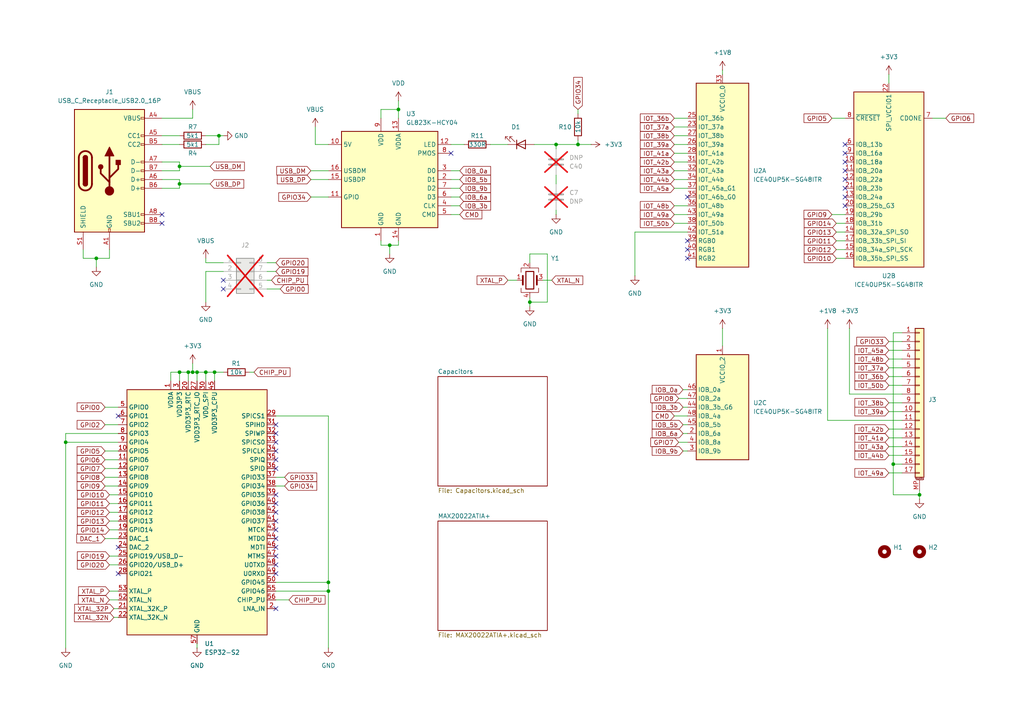
<source format=kicad_sch>
(kicad_sch (version 20231120) (generator "eeschema") (generator_version "8.0")
  (paper "A4")
  (title_block (title "MIG Dumper") (date "2024-09-14") (rev "1") (company "Carlos Sabogal"))
  (lib_symbols
    (symbol "Connector:USB_C_Receptacle_USB2.0_16P" (pin_names (offset 1.016))
      (property "Reference" "J" (at 0 22.225 0))
      (property "Value" "USB_C_Receptacle_USB2.0_16P" (at 0 19.685 0))
      (symbol "USB_C_Receptacle_USB2.0_16P_1_1"
        (pin passive line (at 0 -22.86 90) (length 5.08) (name "GND") (number "A1"))
        (pin passive line (at 0 -22.86 90) (length 5.08) hide (name "GND") (number "A12"))
        (pin passive line (at 15.24 15.24 180) (length 5.08) (name "VBUS") (number "A4"))
        (pin bidirectional line (at 15.24 10.16 180) (length 5.08) (name "CC1") (number "A5"))
        (pin bidirectional line (at 15.24 -2.54 180) (length 5.08) (name "D+") (number "A6"))
        (pin bidirectional line (at 15.24 2.54 180) (length 5.08) (name "D-") (number "A7"))
        (pin bidirectional line (at 15.24 -12.7 180) (length 5.08) (name "SBU1") (number "A8"))
        (pin passive line (at 15.24 15.24 180) (length 5.08) hide (name "VBUS") (number "A9"))
        (pin passive line (at 0 -22.86 90) (length 5.08) hide (name "GND") (number "B1"))
        (pin passive line (at 0 -22.86 90) (length 5.08) hide (name "GND") (number "B12"))
        (pin passive line (at 15.24 15.24 180) (length 5.08) hide (name "VBUS") (number "B4"))
        (pin bidirectional line (at 15.24 7.62 180) (length 5.08) (name "CC2") (number "B5"))
        (pin bidirectional line (at 15.24 -5.08 180) (length 5.08) (name "D+") (number "B6"))
        (pin bidirectional line (at 15.24 0 180) (length 5.08) (name "D-") (number "B7"))
        (pin bidirectional line (at 15.24 -15.24 180) (length 5.08) (name "SBU2") (number "B8"))
        (pin passive line (at 15.24 15.24 180) (length 5.08) hide (name "VBUS") (number "B9"))
        (pin passive line (at -7.62 -22.86 90) (length 5.08) (name "SHIELD") (number "S1"))
      )
    )
    (symbol "Connector_Generic:Conn_02x04_Counter_Clockwise" (pin_names (offset 1.016) hide)
      (property "Reference" "J" (at 1.27 5.08 0))
      (property "Value" "Conn_02x04_Counter_Clockwise" (at 1.27 -7.62 0))
      (symbol "Conn_02x04_Counter_Clockwise_1_1"
        (pin passive line (at -5.08 2.54 0) (length 3.81) (name "Pin_1") (number "1"))
        (pin passive line (at -5.08 0 0) (length 3.81) (name "Pin_2") (number "2"))
        (pin passive line (at -5.08 -2.54 0) (length 3.81) (name "Pin_3") (number "3"))
        (pin passive line (at -5.08 -5.08 0) (length 3.81) (name "Pin_4") (number "4"))
        (pin passive line (at 7.62 -5.08 180) (length 3.81) (name "Pin_5") (number "5"))
        (pin passive line (at 7.62 -2.54 180) (length 3.81) (name "Pin_6") (number "6"))
        (pin passive line (at 7.62 0 180) (length 3.81) (name "Pin_7") (number "7"))
        (pin passive line (at 7.62 2.54 180) (length 3.81) (name "Pin_8") (number "8"))
      )
    )
    (symbol "Connector_Generic_MountingPin:Conn_01x17_MountingPin" (pin_names (offset 1.016) hide)
      (property "Reference" "J" (at 0 22.86 0))
      (property "Value" "Conn_01x17_MountingPin" (at 1.27 -22.86 0))
      (symbol "Conn_01x17_MountingPin_1_1"
        (text "Mounting" (at 0 -21.971 0) (effects (font (size 0.381 0.381))))
        (pin passive line (at -5.08 20.32 0) (length 3.81) (name "Pin_1") (number "1"))
        (pin passive line (at -5.08 -2.54 0) (length 3.81) (name "Pin_10") (number "10"))
        (pin passive line (at -5.08 -5.08 0) (length 3.81) (name "Pin_11") (number "11"))
        (pin passive line (at -5.08 -7.62 0) (length 3.81) (name "Pin_12") (number "12"))
        (pin passive line (at -5.08 -10.16 0) (length 3.81) (name "Pin_13") (number "13"))
        (pin passive line (at -5.08 -12.7 0) (length 3.81) (name "Pin_14") (number "14"))
        (pin passive line (at -5.08 -15.24 0) (length 3.81) (name "Pin_15") (number "15"))
        (pin passive line (at -5.08 -17.78 0) (length 3.81) (name "Pin_16") (number "16"))
        (pin passive line (at -5.08 -20.32 0) (length 3.81) (name "Pin_17") (number "17"))
        (pin passive line (at -5.08 17.78 0) (length 3.81) (name "Pin_2") (number "2"))
        (pin passive line (at -5.08 15.24 0) (length 3.81) (name "Pin_3") (number "3"))
        (pin passive line (at -5.08 12.7 0) (length 3.81) (name "Pin_4") (number "4"))
        (pin passive line (at -5.08 10.16 0) (length 3.81) (name "Pin_5") (number "5"))
        (pin passive line (at -5.08 7.62 0) (length 3.81) (name "Pin_6") (number "6"))
        (pin passive line (at -5.08 5.08 0) (length 3.81) (name "Pin_7") (number "7"))
        (pin passive line (at -5.08 2.54 0) (length 3.81) (name "Pin_8") (number "8"))
        (pin passive line (at -5.08 0 0) (length 3.81) (name "Pin_9") (number "9"))
        (pin passive line (at 0 -25.4 90) (length 3.048) (name "MountPin") (number "MP"))
      )
    )
    (symbol "Device:C" (pin_numbers hide) (pin_names (offset 0.254))
      (property "Reference" "C" (at 0.635 2.54 0))
      (property "Value" "C" (at 0.635 -2.54 0))
      (symbol "C_1_1"
        (pin passive line (at 0 3.81 270) (length 2.794) (name "~") (number "1"))
        (pin passive line (at 0 -3.81 90) (length 2.794) (name "~") (number "2"))
      )
    )
    (symbol "Device:Crystal_GND24" (pin_names (offset 1.016) hide)
      (property "Reference" "Y" (at 3.175 5.08 0))
      (property "Value" "Crystal_GND24" (at 3.175 3.175 0))
      (symbol "Crystal_GND24_1_1"
        (pin passive line (at -3.81 0 0) (length 1.27) (name "1") (number "1"))
        (pin passive line (at 0 5.08 270) (length 1.27) (name "2") (number "2"))
        (pin passive line (at 3.81 0 180) (length 1.27) (name "3") (number "3"))
        (pin passive line (at 0 -5.08 90) (length 1.27) (name "4") (number "4"))
      )
    )
    (symbol "Device:LED" (pin_numbers hide) (pin_names (offset 1.016) hide)
      (property "Reference" "D" (at 0 2.54 0))
      (property "Value" "LED" (at 0 -2.54 0))
      (symbol "LED_1_1"
        (pin passive line (at -3.81 0 0) (length 2.54) (name "K") (number "1"))
        (pin passive line (at 3.81 0 180) (length 2.54) (name "A") (number "2"))
      )
    )
    (symbol "Device:R" (pin_numbers hide) (pin_names (offset 0))
      (property "Reference" "R" (at 2.032 0 90))
      (property "Value" "R" (at 0 0 90))
      (symbol "R_1_1"
        (pin passive line (at 0 3.81 270) (length 1.27) (name "~") (number "1"))
        (pin passive line (at 0 -3.81 90) (length 1.27) (name "~") (number "2"))
      )
    )
    (symbol "FPGA_Lattice:ICE40UP5K-SG48ITR"
      (property "Reference" "U" (at -8.89 -29.21 0))
      (property "Value" "ICE40UP5K-SG48ITR" (at 0 -31.75 0))
      (symbol "ICE40UP5K-SG48ITR_1_1"
        (pin bidirectional line (at -10.16 12.7 0) (length 2.54) (name "IOT_37a") (number "23"))
        (pin bidirectional line (at -10.16 15.24 0) (length 2.54) (name "IOT_36b") (number "25"))
        (pin bidirectional line (at -10.16 7.62 0) (length 2.54) (name "IOT_39a") (number "26"))
        (pin bidirectional line (at -10.16 10.16 0) (length 2.54) (name "IOT_38b") (number "27"))
        (pin bidirectional line (at -10.16 5.08 0) (length 2.54) (name "IOT_41a") (number "28"))
        (pin bidirectional line (at -10.16 2.54 0) (length 2.54) (name "IOT_42b") (number "31"))
        (pin bidirectional line (at -10.16 0 0) (length 2.54) (name "IOT_43a") (number "32"))
        (pin power_in line (at 0 27.94 270) (length 2.54) (name "VCCIO_0") (number "33"))
        (pin bidirectional line (at -10.16 -2.54 0) (length 2.54) (name "IOT_44b") (number "34"))
        (pin bidirectional line (at -10.16 -7.62 0) (length 2.54) (name "IOT_46b_G0") (number "35"))
        (pin bidirectional line (at -10.16 -10.16 0) (length 2.54) (name "IOT_48b") (number "36"))
        (pin bidirectional line (at -10.16 -5.08 0) (length 2.54) (name "IOT_45a_G1") (number "37"))
        (pin bidirectional line (at -10.16 -15.24 0) (length 2.54) (name "IOT_50b") (number "38"))
        (pin open_collector line (at -10.16 -20.32 0) (length 2.54) (name "RGB0") (number "39"))
        (pin open_collector line (at -10.16 -22.86 0) (length 2.54) (name "RGB1") (number "40"))
        (pin open_collector line (at -10.16 -25.4 0) (length 2.54) (name "RGB2") (number "41"))
        (pin bidirectional line (at -10.16 -17.78 0) (length 2.54) (name "IOT_51a") (number "42"))
        (pin bidirectional line (at -10.16 -12.7 0) (length 2.54) (name "IOT_49a") (number "43"))
      )
      (symbol "ICE40UP5K-SG48ITR_2_1"
        (pin bidirectional line (at -12.7 5.08 0) (length 2.54) (name "IOB_18a") (number "10"))
        (pin bidirectional line (at -12.7 2.54 0) (length 2.54) (name "IOB_20a") (number "11"))
        (pin bidirectional line (at -12.7 0 0) (length 2.54) (name "IOB_22a") (number "12"))
        (pin bidirectional line (at -12.7 -5.08 0) (length 2.54) (name "IOB_24a") (number "13"))
        (pin bidirectional line (at -12.7 -15.24 0) (length 2.54) (name "IOB_32a_SPI_SO") (number "14"))
        (pin bidirectional line (at -12.7 -20.32 0) (length 2.54) (name "IOB_34a_SPI_SCK") (number "15"))
        (pin bidirectional line (at -12.7 -22.86 0) (length 2.54) (name "IOB_35b_SPI_SS") (number "16"))
        (pin bidirectional line (at -12.7 -17.78 0) (length 2.54) (name "IOB_33b_SPI_SI") (number "17"))
        (pin bidirectional line (at -12.7 -12.7 0) (length 2.54) (name "IOB_31b") (number "18"))
        (pin bidirectional line (at -12.7 -10.16 0) (length 2.54) (name "IOB_29b") (number "19"))
        (pin bidirectional line (at -12.7 -7.62 0) (length 2.54) (name "IOB_25b_G3") (number "20"))
        (pin bidirectional line (at -12.7 -2.54 0) (length 2.54) (name "IOB_23b") (number "21"))
        (pin power_in line (at 0 27.94 270) (length 2.54) (name "SPI_VCCIO1") (number "22"))
        (pin bidirectional line (at -12.7 10.16 0) (length 2.54) (name "IOB_13b") (number "6"))
        (pin open_collector line (at 12.7 17.78 180) (length 2.54) (name "CDONE") (number "7"))
        (pin input line (at -12.7 17.78 0) (length 2.54) (name "~{CRESET}") (number "8"))
        (pin bidirectional line (at -12.7 7.62 0) (length 2.54) (name "IOB_16a") (number "9"))
      )
      (symbol "ICE40UP5K-SG48ITR_3_1"
        (pin power_in line (at 0 17.78 270) (length 2.54) (name "VCCIO_2") (number "1"))
        (pin bidirectional line (at -10.16 -7.62 0) (length 2.54) (name "IOB_6a") (number "2"))
        (pin bidirectional line (at -10.16 -12.7 0) (length 2.54) (name "IOB_9b") (number "3"))
        (pin bidirectional line (at -10.16 -10.16 0) (length 2.54) (name "IOB_8a") (number "4"))
        (pin bidirectional line (at -10.16 0 0) (length 2.54) (name "IOB_3b_G6") (number "44"))
        (pin bidirectional line (at -10.16 -5.08 0) (length 2.54) (name "IOB_5b") (number "45"))
        (pin bidirectional line (at -10.16 5.08 0) (length 2.54) (name "IOB_0a") (number "46"))
        (pin bidirectional line (at -10.16 2.54 0) (length 2.54) (name "IOB_2a") (number "47"))
        (pin bidirectional line (at -10.16 -2.54 0) (length 2.54) (name "IOB_4a") (number "48"))
      )
      (symbol "ICE40UP5K-SG48ITR_4_1"
        (pin power_in line (at -2.54 10.16 270) (length 2.54) (name "VPP_2V5") (number "24"))
        (pin power_out line (at 2.54 10.16 270) (length 2.54) (name "VCCPLL") (number "29"))
        (pin passive line (at 0 10.16 270) (length 2.54) hide (name "VCC") (number "30"))
        (pin power_in line (at 0 -10.16 90) (length 2.54) (name "GND") (number "49"))
        (pin power_in line (at 0 10.16 270) (length 2.54) (name "VCC") (number "5"))
      )
    )
    (symbol "GND_1" (power) (pin_numbers hide) (pin_names (offset 0) hide)
      (property "Value" "GND" (at 0 -3.81 0))
      (symbol "GND_1_1_1"
        (pin power_in line (at 0 0 270) (length 0) (name "~") (number "1"))
      )
    )
    (symbol "GND_2" (power) (pin_numbers hide) (pin_names (offset 0) hide)
      (property "Value" "GND" (at 0 -3.81 0))
      (symbol "GND_2_1_1"
        (pin power_in line (at 0 0 270) (length 0) (name "~") (number "1"))
      )
    )
    (symbol "GND_3" (power) (pin_numbers hide) (pin_names (offset 0) hide)
      (property "Value" "GND" (at 0 -3.81 0))
      (symbol "GND_3_1_1"
        (pin power_in line (at 0 0 270) (length 0) (name "~") (number "1"))
      )
    )
    (symbol "MCU_Espressif:ESP32-S2"
      (property "Reference" "U" (at 12.7 -38.1 0))
      (property "Value" "ESP32-S2" (at 16.51 -40.64 0))
      (symbol "ESP32-S2_1_1"
        (pin power_in line (at -7.62 38.1 270) (length 2.54) (name "VDDA") (number "1"))
        (pin bidirectional line (at -22.86 17.78 0) (length 2.54) (name "GPIO5") (number "10"))
        (pin bidirectional line (at -22.86 15.24 0) (length 2.54) (name "GPIO6") (number "11"))
        (pin bidirectional line (at -22.86 12.7 0) (length 2.54) (name "GPIO7") (number "12"))
        (pin bidirectional line (at -22.86 10.16 0) (length 2.54) (name "GPIO8") (number "13"))
        (pin bidirectional line (at -22.86 7.62 0) (length 2.54) (name "GPIO9") (number "14"))
        (pin bidirectional line (at -22.86 5.08 0) (length 2.54) (name "GPIO10") (number "15"))
        (pin bidirectional line (at -22.86 2.54 0) (length 2.54) (name "GPIO11") (number "16"))
        (pin bidirectional line (at -22.86 0 0) (length 2.54) (name "GPIO12") (number "17"))
        (pin bidirectional line (at -22.86 -2.54 0) (length 2.54) (name "GPIO13") (number "18"))
        (pin bidirectional line (at -22.86 -5.08 0) (length 2.54) (name "GPIO14") (number "19"))
        (pin bidirectional line (at 22.86 -27.94 180) (length 2.54) (name "LNA_IN") (number "2"))
        (pin power_in line (at -2.54 38.1 270) (length 2.54) (name "VDD3P3_RTC") (number "20"))
        (pin passive line (at -22.86 -27.94 0) (length 2.54) (name "XTAL_32K_P") (number "21"))
        (pin passive line (at -22.86 -30.48 0) (length 2.54) (name "XTAL_32K_N") (number "22"))
        (pin bidirectional line (at -22.86 -7.62 0) (length 2.54) (name "DAC_1") (number "23"))
        (pin bidirectional line (at -22.86 -10.16 0) (length 2.54) (name "DAC_2") (number "24"))
        (pin bidirectional line (at -22.86 -12.7 0) (length 2.54) (name "GPIO19/USB_D-") (number "25"))
        (pin bidirectional line (at -22.86 -15.24 0) (length 2.54) (name "GPIO20/USB_D+") (number "26"))
        (pin power_in line (at 0 38.1 270) (length 2.54) (name "VDD3P3_RTC_IO") (number "27"))
        (pin bidirectional line (at -22.86 -17.78 0) (length 2.54) (name "GPIO21") (number "28"))
        (pin bidirectional line (at 22.86 27.94 180) (length 2.54) (name "SPICS1") (number "29"))
        (pin power_in line (at -5.08 38.1 270) (length 2.54) (name "VDD3P3") (number "3"))
        (pin power_out line (at 2.54 38.1 270) (length 2.54) (name "VDD_SPI") (number "30"))
        (pin bidirectional line (at 22.86 25.4 180) (length 2.54) (name "SPIHD") (number "31"))
        (pin bidirectional line (at 22.86 22.86 180) (length 2.54) (name "SPIWP") (number "32"))
        (pin bidirectional line (at 22.86 20.32 180) (length 2.54) (name "SPICS0") (number "33"))
        (pin bidirectional line (at 22.86 17.78 180) (length 2.54) (name "SPICLK") (number "34"))
        (pin bidirectional line (at 22.86 15.24 180) (length 2.54) (name "SPIQ") (number "35"))
        (pin bidirectional line (at 22.86 12.7 180) (length 2.54) (name "SPID") (number "36"))
        (pin bidirectional line (at 22.86 10.16 180) (length 2.54) (name "GPIO33") (number "37"))
        (pin bidirectional line (at 22.86 7.62 180) (length 2.54) (name "GPIO34") (number "38"))
        (pin bidirectional line (at 22.86 5.08 180) (length 2.54) (name "GPIO35") (number "39"))
        (pin passive line (at -5.08 38.1 270) (length 2.54) hide (name "VDD3P3") (number "4"))
        (pin bidirectional line (at 22.86 2.54 180) (length 2.54) (name "GPIO36") (number "40"))
        (pin bidirectional line (at 22.86 -2.54 180) (length 2.54) (name "GPIO37") (number "41"))
        (pin bidirectional line (at 22.86 0 180) (length 2.54) (name "GPIO38") (number "42"))
        (pin bidirectional line (at 22.86 -5.08 180) (length 2.54) (name "MTCK") (number "43"))
        (pin bidirectional line (at 22.86 -7.62 180) (length 2.54) (name "MTD0") (number "44"))
        (pin power_in line (at 5.08 38.1 270) (length 2.54) (name "VDD3P3_CPU") (number "45"))
        (pin bidirectional line (at 22.86 -10.16 180) (length 2.54) (name "MDTI") (number "46"))
        (pin bidirectional line (at 22.86 -12.7 180) (length 2.54) (name "MTMS") (number "47"))
        (pin bidirectional line (at 22.86 -15.24 180) (length 2.54) (name "U0TXD") (number "48"))
        (pin bidirectional line (at 22.86 -17.78 180) (length 2.54) (name "U0RXD") (number "49"))
        (pin bidirectional line (at -22.86 30.48 0) (length 2.54) (name "GPIO0") (number "5"))
        (pin bidirectional line (at 22.86 -20.32 180) (length 2.54) (name "GPIO45") (number "50"))
        (pin passive line (at -7.62 38.1 270) (length 2.54) hide (name "VDDA") (number "51"))
        (pin output line (at -22.86 -25.4 0) (length 2.54) (name "XTAL_N") (number "52"))
        (pin input line (at -22.86 -22.86 0) (length 2.54) (name "XTAL_P") (number "53"))
        (pin passive line (at -7.62 38.1 270) (length 2.54) hide (name "VDDA") (number "54"))
        (pin input line (at 22.86 -22.86 180) (length 2.54) (name "GPIO46") (number "55"))
        (pin input line (at 22.86 -25.4 180) (length 2.54) (name "CHIP_PU") (number "56"))
        (pin power_in line (at 0 -38.1 90) (length 2.54) (name "GND") (number "57"))
        (pin bidirectional line (at -22.86 27.94 0) (length 2.54) (name "GPIO1") (number "6"))
        (pin bidirectional line (at -22.86 25.4 0) (length 2.54) (name "GPIO2") (number "7"))
        (pin bidirectional line (at -22.86 22.86 0) (length 2.54) (name "GPIO3") (number "8"))
        (pin bidirectional line (at -22.86 20.32 0) (length 2.54) (name "GPIO4") (number "9"))
      )
    )
    (symbol "MIG Dumper:GL823K-HCY04"
      (property "Reference" "U" (at -13.97 15.24 0))
      (property "Value" "GL823K-HCY04" (at 7.62 15.24 0))
      (symbol "GL823K-HCY04_1_1"
        (pin power_in line (at -2.54 -17.78 90) (length 3.81) (name "GND") (number "1"))
        (pin passive line (at -17.78 10.16 0) (length 3.81) (name "5V") (number "10"))
        (pin bidirectional line (at -17.78 -5.08 0) (length 3.81) (name "GPIO") (number "11"))
        (pin input line (at 17.78 10.16 180) (length 3.81) (name "LED") (number "12"))
        (pin power_out line (at 2.54 17.78 270) (length 3.81) (name "VDDA") (number "13"))
        (pin power_in line (at 2.54 -17.78 90) (length 3.81) (name "GND") (number "14"))
        (pin bidirectional line (at -17.78 0 0) (length 3.81) (name "USBDP") (number "15"))
        (pin bidirectional line (at -17.78 2.54 0) (length 3.81) (name "USBDM") (number "16"))
        (pin bidirectional line (at 17.78 0 180) (length 3.81) (name "D1") (number "2"))
        (pin bidirectional line (at 17.78 2.54 180) (length 3.81) (name "D0") (number "3"))
        (pin bidirectional line (at 17.78 -7.62 180) (length 3.81) (name "CLK") (number "4"))
        (pin bidirectional line (at 17.78 -10.16 180) (length 3.81) (name "CMD") (number "5"))
        (pin bidirectional line (at 17.78 -5.08 180) (length 3.81) (name "D3") (number "6"))
        (pin bidirectional line (at 17.78 -2.54 180) (length 3.81) (name "D2") (number "7"))
        (pin bidirectional line (at 17.78 7.62 180) (length 3.81) (name "PMOS") (number "8"))
        (pin power_in line (at -2.54 17.78 270) (length 3.81) (name "VDD") (number "9"))
      )
    )
    (symbol "Mechanical:MountingHole" (pin_names (offset 1.016)) (exclude_from_sim yes) (in_bom no)
      (property "Reference" "H" (at 0 5.08 0))
      (property "Value" "MountingHole" (at 0 3.175 0))
    )
    (symbol "power:+1V8" (power) (pin_numbers hide) (pin_names (offset 0) hide)
      (property "Value" "+1V8" (at 0 3.556 0))
      (symbol "+1V8_1_1"
        (pin power_in line (at 0 0 90) (length 0) (name "~") (number "1"))
      )
    )
    (symbol "power:+3V3" (power) (pin_numbers hide) (pin_names (offset 0) hide)
      (property "Value" "+3V3" (at 0 3.556 0))
      (symbol "+3V3_1_1"
        (pin power_in line (at 0 0 90) (length 0) (name "~") (number "1"))
      )
    )
    (symbol "power:GND" (power) (pin_names (offset 0))
      (property "Value" "GND" (at 0 -3.81 0))
      (symbol "GND_1_1"
        (pin power_in line (at 0 0 270) (length 0) hide (name "GND") (number "1"))
      )
    )
    (symbol "power:VBUS" (power) (pin_numbers hide) (pin_names (offset 0) hide)
      (property "Value" "VBUS" (at 0 3.556 0))
      (symbol "VBUS_1_1"
        (pin power_in line (at 0 0 90) (length 0) (name "~") (number "1"))
      )
    )
    (symbol "power:VDD" (power) (pin_numbers hide) (pin_names (offset 0) hide)
      (property "Value" "VDD" (at 0 3.556 0))
      (symbol "VDD_1_1"
        (pin power_in line (at 0 0 90) (length 0) (name "~") (number "1"))
      )
    )
  )
  (junction (at 57.15 107.95))
  (junction (at 113.03 71.12))
  (junction (at 259.08 134.62))
  (junction (at 153.67 87.63))
  (junction (at 52.07 53.34))
  (junction (at 95.25 168.91))
  (junction (at 54.61 107.95))
  (junction (at 115.57 31.75))
  (junction (at 266.7 143.51))
  (junction (at 63.5 39.37))
  (junction (at 52.07 107.95))
  (junction (at 27.94 74.93))
  (junction (at 95.25 171.45))
  (junction (at 59.69 107.95))
  (junction (at 167.64 41.91))
  (junction (at 62.23 107.95))
  (junction (at 19.05 128.27))
  (junction (at 161.29 41.91))
  (junction (at 55.88 107.95))
  (junction (at 52.07 48.26))
  (no_connect (at 80.01 158.75))
  (no_connect (at 245.11 52.07))
  (no_connect (at 199.39 69.85))
  (no_connect (at 245.11 44.45))
  (no_connect (at 245.11 46.99))
  (no_connect (at 46.99 64.77))
  (no_connect (at 80.01 130.81))
  (no_connect (at 80.01 125.73))
  (no_connect (at 80.01 128.27))
  (no_connect (at 80.01 161.29))
  (no_connect (at 80.01 123.19))
  (no_connect (at 80.01 166.37))
  (no_connect (at 245.11 54.61))
  (no_connect (at 34.29 120.65))
  (no_connect (at 245.11 41.91))
  (no_connect (at 64.77 81.28))
  (no_connect (at 64.77 83.82))
  (no_connect (at 245.11 49.53))
  (no_connect (at 80.01 176.53))
  (no_connect (at 46.99 62.23))
  (no_connect (at 199.39 57.15))
  (no_connect (at 245.11 57.15))
  (no_connect (at 34.29 166.37))
  (no_connect (at 245.11 59.69))
  (no_connect (at 80.01 143.51))
  (no_connect (at 80.01 148.59))
  (no_connect (at 80.01 133.35))
  (no_connect (at 80.01 163.83))
  (no_connect (at 199.39 72.39))
  (no_connect (at 80.01 153.67))
  (no_connect (at 130.81 44.45))
  (no_connect (at 80.01 151.13))
  (no_connect (at 80.01 156.21))
  (no_connect (at 80.01 146.05))
  (no_connect (at 199.39 74.93))
  (no_connect (at 80.01 135.89))
  (no_connect (at 34.29 158.75))
  (wire (pts (xy 209.55 95.25) (xy 209.55 100.33)))
  (wire (pts (xy 242.57 69.85) (xy 245.11 69.85)))
  (wire (pts (xy 259.08 143.51) (xy 266.7 143.51)))
  (wire (pts (xy 195.58 52.07) (xy 199.39 52.07)))
  (wire (pts (xy 91.44 41.91) (xy 91.44 36.83)))
  (wire (pts (xy 30.48 135.89) (xy 34.29 135.89)))
  (wire (pts (xy 46.99 52.07) (xy 52.07 52.07)))
  (wire (pts (xy 147.32 81.28) (xy 149.86 81.28)))
  (wire (pts (xy 95.25 171.45) (xy 95.25 187.96)))
  (wire (pts (xy 257.81 129.54) (xy 261.62 129.54)))
  (wire (pts (xy 59.69 41.91) (xy 63.5 41.91)))
  (wire (pts (xy 115.57 71.12) (xy 115.57 69.85)))
  (wire (pts (xy 199.39 67.31) (xy 184.15 67.31)))
  (wire (pts (xy 261.62 114.3) (xy 246.38 114.3)))
  (wire (pts (xy 257.81 101.6) (xy 261.62 101.6)))
  (wire (pts (xy 77.47 81.28) (xy 78.74 81.28)))
  (wire (pts (xy 73.66 107.95) (xy 72.39 107.95)))
  (wire (pts (xy 110.49 69.85) (xy 110.49 71.12)))
  (wire (pts (xy 195.58 44.45) (xy 199.39 44.45)))
  (wire (pts (xy 133.35 62.23) (xy 130.81 62.23)))
  (wire (pts (xy 167.64 31.75) (xy 167.64 33.02)))
  (wire (pts (xy 59.69 76.2) (xy 59.69 74.93)))
  (wire (pts (xy 95.25 168.91) (xy 95.25 171.45)))
  (wire (pts (xy 24.13 72.39) (xy 24.13 74.93)))
  (wire (pts (xy 77.47 76.2) (xy 80.01 76.2)))
  (wire (pts (xy 257.81 109.22) (xy 261.62 109.22)))
  (wire (pts (xy 54.61 107.95) (xy 54.61 110.49)))
  (wire (pts (xy 57.15 186.69) (xy 57.15 187.96)))
  (wire (pts (xy 257.81 127) (xy 261.62 127)))
  (wire (pts (xy 33.02 179.07) (xy 34.29 179.07)))
  (wire (pts (xy 195.58 120.65) (xy 199.39 120.65)))
  (wire (pts (xy 46.99 34.29) (xy 55.88 34.29)))
  (wire (pts (xy 57.15 107.95) (xy 59.69 107.95)))
  (wire (pts (xy 19.05 125.73) (xy 19.05 128.27)))
  (wire (pts (xy 31.75 143.51) (xy 34.29 143.51)))
  (wire (pts (xy 153.67 87.63) (xy 153.67 88.9)))
  (wire (pts (xy 195.58 46.99) (xy 199.39 46.99)))
  (wire (pts (xy 241.3 62.23) (xy 245.11 62.23)))
  (wire (pts (xy 30.48 138.43) (xy 34.29 138.43)))
  (wire (pts (xy 130.81 57.15) (xy 133.35 57.15)))
  (wire (pts (xy 113.03 71.12) (xy 113.03 73.66)))
  (wire (pts (xy 160.02 81.28) (xy 157.48 81.28)))
  (wire (pts (xy 52.07 48.26) (xy 52.07 49.53)))
  (wire (pts (xy 59.69 107.95) (xy 59.69 110.49)))
  (wire (pts (xy 240.03 121.92) (xy 261.62 121.92)))
  (wire (pts (xy 54.61 107.95) (xy 55.88 107.95)))
  (wire (pts (xy 158.75 73.66) (xy 158.75 87.63)))
  (wire (pts (xy 130.81 52.07) (xy 133.35 52.07)))
  (wire (pts (xy 63.5 39.37) (xy 64.77 39.37)))
  (wire (pts (xy 31.75 161.29) (xy 34.29 161.29)))
  (wire (pts (xy 52.07 48.26) (xy 60.96 48.26)))
  (wire (pts (xy 31.75 151.13) (xy 34.29 151.13)))
  (wire (pts (xy 31.75 171.45) (xy 34.29 171.45)))
  (wire (pts (xy 161.29 41.91) (xy 161.29 43.18)))
  (wire (pts (xy 142.24 41.91) (xy 147.32 41.91)))
  (wire (pts (xy 49.53 107.95) (xy 52.07 107.95)))
  (wire (pts (xy 240.03 121.92) (xy 240.03 95.25)))
  (wire (pts (xy 64.77 78.74) (xy 59.69 78.74)))
  (wire (pts (xy 257.81 116.84) (xy 261.62 116.84)))
  (wire (pts (xy 257.81 137.16) (xy 261.62 137.16)))
  (wire (pts (xy 31.75 173.99) (xy 34.29 173.99)))
  (wire (pts (xy 110.49 34.29) (xy 110.49 31.75)))
  (wire (pts (xy 246.38 114.3) (xy 246.38 95.25)))
  (wire (pts (xy 52.07 46.99) (xy 52.07 48.26)))
  (wire (pts (xy 90.17 57.15) (xy 95.25 57.15)))
  (wire (pts (xy 31.75 153.67) (xy 34.29 153.67)))
  (wire (pts (xy 198.12 113.03) (xy 199.39 113.03)))
  (wire (pts (xy 257.81 124.46) (xy 261.62 124.46)))
  (wire (pts (xy 55.88 31.75) (xy 55.88 34.29)))
  (wire (pts (xy 242.57 74.93) (xy 245.11 74.93)))
  (wire (pts (xy 31.75 148.59) (xy 34.29 148.59)))
  (wire (pts (xy 49.53 110.49) (xy 49.53 107.95)))
  (wire (pts (xy 274.32 34.29) (xy 270.51 34.29)))
  (wire (pts (xy 115.57 31.75) (xy 115.57 29.21)))
  (wire (pts (xy 82.55 138.43) (xy 80.01 138.43)))
  (wire (pts (xy 198.12 118.11) (xy 199.39 118.11)))
  (wire (pts (xy 30.48 118.11) (xy 34.29 118.11)))
  (wire (pts (xy 259.08 134.62) (xy 259.08 143.51)))
  (wire (pts (xy 242.57 64.77) (xy 245.11 64.77)))
  (wire (pts (xy 195.58 36.83) (xy 199.39 36.83)))
  (wire (pts (xy 257.81 111.76) (xy 261.62 111.76)))
  (wire (pts (xy 130.81 54.61) (xy 133.35 54.61)))
  (wire (pts (xy 80.01 173.99) (xy 83.82 173.99)))
  (wire (pts (xy 30.48 123.19) (xy 34.29 123.19)))
  (wire (pts (xy 55.88 107.95) (xy 55.88 105.41)))
  (wire (pts (xy 52.07 52.07) (xy 52.07 53.34)))
  (wire (pts (xy 115.57 31.75) (xy 115.57 34.29)))
  (wire (pts (xy 31.75 146.05) (xy 34.29 146.05)))
  (wire (pts (xy 80.01 168.91) (xy 95.25 168.91)))
  (wire (pts (xy 59.69 76.2) (xy 64.77 76.2)))
  (wire (pts (xy 195.58 64.77) (xy 199.39 64.77)))
  (wire (pts (xy 161.29 41.91) (xy 154.94 41.91)))
  (wire (pts (xy 130.81 41.91) (xy 134.62 41.91)))
  (wire (pts (xy 80.01 171.45) (xy 95.25 171.45)))
  (wire (pts (xy 167.64 40.64) (xy 167.64 41.91)))
  (wire (pts (xy 110.49 31.75) (xy 115.57 31.75)))
  (wire (pts (xy 57.15 110.49) (xy 57.15 107.95)))
  (wire (pts (xy 195.58 62.23) (xy 199.39 62.23)))
  (wire (pts (xy 161.29 60.96) (xy 161.29 62.23)))
  (wire (pts (xy 30.48 130.81) (xy 34.29 130.81)))
  (wire (pts (xy 257.81 106.68) (xy 261.62 106.68)))
  (wire (pts (xy 261.62 96.52) (xy 259.08 96.52)))
  (wire (pts (xy 257.81 99.06) (xy 261.62 99.06)))
  (wire (pts (xy 62.23 107.95) (xy 59.69 107.95)))
  (wire (pts (xy 30.48 156.21) (xy 34.29 156.21)))
  (wire (pts (xy 257.81 119.38) (xy 261.62 119.38)))
  (wire (pts (xy 59.69 78.74) (xy 59.69 87.63)))
  (wire (pts (xy 31.75 74.93) (xy 31.75 72.39)))
  (wire (pts (xy 52.07 53.34) (xy 60.96 53.34)))
  (wire (pts (xy 95.25 41.91) (xy 91.44 41.91)))
  (wire (pts (xy 161.29 53.34) (xy 161.29 50.8)))
  (wire (pts (xy 46.99 54.61) (xy 52.07 54.61)))
  (wire (pts (xy 130.81 59.69) (xy 133.35 59.69)))
  (wire (pts (xy 52.07 53.34) (xy 52.07 54.61)))
  (wire (pts (xy 158.75 87.63) (xy 153.67 87.63)))
  (wire (pts (xy 90.17 52.07) (xy 95.25 52.07)))
  (wire (pts (xy 52.07 107.95) (xy 54.61 107.95)))
  (wire (pts (xy 195.58 39.37) (xy 199.39 39.37)))
  (wire (pts (xy 80.01 120.65) (xy 95.25 120.65)))
  (wire (pts (xy 198.12 125.73) (xy 199.39 125.73)))
  (wire (pts (xy 19.05 128.27) (xy 19.05 187.96)))
  (wire (pts (xy 27.94 74.93) (xy 31.75 74.93)))
  (wire (pts (xy 242.57 67.31) (xy 245.11 67.31)))
  (wire (pts (xy 195.58 49.53) (xy 199.39 49.53)))
  (wire (pts (xy 196.85 128.27) (xy 199.39 128.27)))
  (wire (pts (xy 257.81 21.59) (xy 257.81 24.13)))
  (wire (pts (xy 257.81 132.08) (xy 261.62 132.08)))
  (wire (pts (xy 195.58 34.29) (xy 199.39 34.29)))
  (wire (pts (xy 195.58 59.69) (xy 199.39 59.69)))
  (wire (pts (xy 171.45 41.91) (xy 167.64 41.91)))
  (wire (pts (xy 153.67 87.63) (xy 153.67 86.36)))
  (wire (pts (xy 19.05 125.73) (xy 34.29 125.73)))
  (wire (pts (xy 27.94 74.93) (xy 27.94 77.47)))
  (wire (pts (xy 46.99 46.99) (xy 52.07 46.99)))
  (wire (pts (xy 209.55 20.32) (xy 209.55 21.59)))
  (wire (pts (xy 80.01 78.74) (xy 77.47 78.74)))
  (wire (pts (xy 196.85 115.57) (xy 199.39 115.57)))
  (wire (pts (xy 259.08 96.52) (xy 259.08 134.62)))
  (wire (pts (xy 266.7 142.24) (xy 266.7 143.51)))
  (wire (pts (xy 257.81 104.14) (xy 261.62 104.14)))
  (wire (pts (xy 82.55 140.97) (xy 80.01 140.97)))
  (wire (pts (xy 110.49 71.12) (xy 113.03 71.12)))
  (wire (pts (xy 167.64 41.91) (xy 161.29 41.91)))
  (wire (pts (xy 62.23 107.95) (xy 64.77 107.95)))
  (wire (pts (xy 195.58 41.91) (xy 199.39 41.91)))
  (wire (pts (xy 63.5 39.37) (xy 63.5 41.91)))
  (wire (pts (xy 153.67 73.66) (xy 158.75 73.66)))
  (wire (pts (xy 62.23 110.49) (xy 62.23 107.95)))
  (wire (pts (xy 266.7 144.78) (xy 266.7 143.51)))
  (wire (pts (xy 46.99 39.37) (xy 52.07 39.37)))
  (wire (pts (xy 81.28 83.82) (xy 77.47 83.82)))
  (wire (pts (xy 241.3 34.29) (xy 245.11 34.29)))
  (wire (pts (xy 46.99 41.91) (xy 52.07 41.91)))
  (wire (pts (xy 19.05 128.27) (xy 34.29 128.27)))
  (wire (pts (xy 30.48 133.35) (xy 34.29 133.35)))
  (wire (pts (xy 153.67 76.2) (xy 153.67 73.66)))
  (wire (pts (xy 195.58 54.61) (xy 199.39 54.61)))
  (wire (pts (xy 31.75 163.83) (xy 34.29 163.83)))
  (wire (pts (xy 52.07 107.95) (xy 52.07 110.49)))
  (wire (pts (xy 90.17 49.53) (xy 95.25 49.53)))
  (wire (pts (xy 242.57 72.39) (xy 245.11 72.39)))
  (wire (pts (xy 33.02 176.53) (xy 34.29 176.53)))
  (wire (pts (xy 184.15 67.31) (xy 184.15 80.01)))
  (wire (pts (xy 113.03 71.12) (xy 115.57 71.12)))
  (wire (pts (xy 24.13 74.93) (xy 27.94 74.93)))
  (wire (pts (xy 55.88 107.95) (xy 57.15 107.95)))
  (wire (pts (xy 198.12 123.19) (xy 199.39 123.19)))
  (wire (pts (xy 198.12 130.81) (xy 199.39 130.81)))
  (wire (pts (xy 95.25 120.65) (xy 95.25 168.91)))
  (wire (pts (xy 130.81 49.53) (xy 133.35 49.53)))
  (wire (pts (xy 30.48 140.97) (xy 34.29 140.97)))
  (wire (pts (xy 46.99 49.53) (xy 52.07 49.53)))
  (wire (pts (xy 59.69 39.37) (xy 63.5 39.37)))
  (wire (pts (xy 261.62 134.62) (xy 259.08 134.62)))
  (global_label "IOT_48b" (shape input) (at 195.58 59.69 180) (property "Intersheetrefs" "${INTERSHEET_REFS}" (effects (hide yes))))
  (global_label "IOB_6a" (shape input) (at 133.35 57.15 0) (property "Intersheetrefs" "${INTERSHEET_REFS}" (effects (hide yes))))
  (global_label "GPIO9" (shape input) (at 30.48 140.97 180) (property "Intersheetrefs" "${INTERSHEET_REFS}" (effects (hide yes))))
  (global_label "IOT_49a" (shape input) (at 257.81 137.16 180) (property "Intersheetrefs" "${INTERSHEET_REFS}" (effects (hide yes))))
  (global_label "IOB_3b" (shape input) (at 198.12 118.11 180) (property "Intersheetrefs" "${INTERSHEET_REFS}" (effects (hide yes))))
  (global_label "XTAL_32N" (shape input) (at 33.02 179.07 180) (property "Intersheetrefs" "${INTERSHEET_REFS}" (effects (hide yes))))
  (global_label "USB_DP" (shape input) (at 90.17 52.07 180) (property "Intersheetrefs" "${INTERSHEET_REFS}" (effects (hide yes))))
  (global_label "DAC_1" (shape input) (at 30.48 156.21 180) (property "Intersheetrefs" "${INTERSHEET_REFS}" (effects (hide yes))))
  (global_label "GPIO11" (shape input) (at 242.57 69.85 180) (property "Intersheetrefs" "${INTERSHEET_REFS}" (effects (hide yes))))
  (global_label "USB_DP" (shape input) (at 60.96 53.34 0) (property "Intersheetrefs" "${INTERSHEET_REFS}" (effects (hide yes))))
  (global_label "GPIO5" (shape input) (at 241.3 34.29 180) (property "Intersheetrefs" "${INTERSHEET_REFS}" (effects (hide yes))))
  (global_label "IOT_49a" (shape input) (at 195.58 62.23 180) (property "Intersheetrefs" "${INTERSHEET_REFS}" (effects (hide yes))))
  (global_label "GPIO5" (shape input) (at 30.48 130.81 180) (property "Intersheetrefs" "${INTERSHEET_REFS}" (effects (hide yes))))
  (global_label "CMD" (shape input) (at 133.35 62.23 0) (property "Intersheetrefs" "${INTERSHEET_REFS}" (effects (hide yes))))
  (global_label "IOT_42b" (shape input) (at 257.81 124.46 180) (property "Intersheetrefs" "${INTERSHEET_REFS}" (effects (hide yes))))
  (global_label "XTAL_N" (shape input) (at 31.75 173.99 180) (property "Intersheetrefs" "${INTERSHEET_REFS}" (effects (hide yes))))
  (global_label "IOT_41a" (shape input) (at 257.81 127 180) (property "Intersheetrefs" "${INTERSHEET_REFS}" (effects (hide yes))))
  (global_label "XTAL_32P" (shape input) (at 33.02 176.53 180) (property "Intersheetrefs" "${INTERSHEET_REFS}" (effects (hide yes))))
  (global_label "GPIO8" (shape input) (at 30.48 138.43 180) (property "Intersheetrefs" "${INTERSHEET_REFS}" (effects (hide yes))))
  (global_label "IOT_41a" (shape input) (at 195.58 44.45 180) (property "Intersheetrefs" "${INTERSHEET_REFS}" (effects (hide yes))))
  (global_label "GPIO0" (shape input) (at 81.28 83.82 0) (property "Intersheetrefs" "${INTERSHEET_REFS}" (effects (hide yes))))
  (global_label "IOT_36b" (shape input) (at 257.81 109.22 180) (property "Intersheetrefs" "${INTERSHEET_REFS}" (effects (hide yes))))
  (global_label "GPIO6" (shape input) (at 30.48 133.35 180) (property "Intersheetrefs" "${INTERSHEET_REFS}" (effects (hide yes))))
  (global_label "IOB_9b" (shape input) (at 198.12 130.81 180) (property "Intersheetrefs" "${INTERSHEET_REFS}" (effects (hide yes))))
  (global_label "IOT_45a" (shape input) (at 195.58 54.61 180) (property "Intersheetrefs" "${INTERSHEET_REFS}" (effects (hide yes))))
  (global_label "GPIO8" (shape input) (at 196.85 115.57 180) (property "Intersheetrefs" "${INTERSHEET_REFS}" (effects (hide yes))))
  (global_label "GPIO7" (shape input) (at 30.48 135.89 180) (property "Intersheetrefs" "${INTERSHEET_REFS}" (effects (hide yes))))
  (global_label "IOT_37a" (shape input) (at 195.58 36.83 180) (property "Intersheetrefs" "${INTERSHEET_REFS}" (effects (hide yes))))
  (global_label "GPIO9" (shape input) (at 241.3 62.23 180) (property "Intersheetrefs" "${INTERSHEET_REFS}" (effects (hide yes))))
  (global_label "GPIO20" (shape input) (at 80.01 76.2 0) (property "Intersheetrefs" "${INTERSHEET_REFS}" (effects (hide yes))))
  (global_label "CHIP_PU" (shape input) (at 73.66 107.95 0) (property "Intersheetrefs" "${INTERSHEET_REFS}" (effects (hide yes))))
  (global_label "IOB_6a" (shape input) (at 198.12 125.73 180) (property "Intersheetrefs" "${INTERSHEET_REFS}" (effects (hide yes))))
  (global_label "GPIO34" (shape input) (at 90.17 57.15 180) (property "Intersheetrefs" "${INTERSHEET_REFS}" (effects (hide yes))))
  (global_label "GPIO10" (shape input) (at 31.75 143.51 180) (property "Intersheetrefs" "${INTERSHEET_REFS}" (effects (hide yes))))
  (global_label "IOT_42b" (shape input) (at 195.58 46.99 180) (property "Intersheetrefs" "${INTERSHEET_REFS}" (effects (hide yes))))
  (global_label "IOT_38b" (shape input) (at 257.81 116.84 180) (property "Intersheetrefs" "${INTERSHEET_REFS}" (effects (hide yes))))
  (global_label "IOT_38b" (shape input) (at 195.58 39.37 180) (property "Intersheetrefs" "${INTERSHEET_REFS}" (effects (hide yes))))
  (global_label "XTAL_P" (shape input) (at 31.75 171.45 180) (property "Intersheetrefs" "${INTERSHEET_REFS}" (effects (hide yes))))
  (global_label "CMD" (shape input) (at 195.58 120.65 180) (property "Intersheetrefs" "${INTERSHEET_REFS}" (effects (hide yes))))
  (global_label "IOT_50b" (shape input) (at 257.81 111.76 180) (property "Intersheetrefs" "${INTERSHEET_REFS}" (effects (hide yes))))
  (global_label "IOT_45a" (shape input) (at 257.81 101.6 180) (property "Intersheetrefs" "${INTERSHEET_REFS}" (effects (hide yes))))
  (global_label "GPIO33" (shape input) (at 257.81 99.06 180) (property "Intersheetrefs" "${INTERSHEET_REFS}" (effects (hide yes))))
  (global_label "GPIO19" (shape input) (at 80.01 78.74 0) (property "Intersheetrefs" "${INTERSHEET_REFS}" (effects (hide yes))))
  (global_label "GPIO34" (shape input) (at 82.55 140.97 0) (property "Intersheetrefs" "${INTERSHEET_REFS}" (effects (hide yes))))
  (global_label "IOB_0a" (shape input) (at 133.35 49.53 0) (property "Intersheetrefs" "${INTERSHEET_REFS}" (effects (hide yes))))
  (global_label "GPIO6" (shape input) (at 274.32 34.29 0) (property "Intersheetrefs" "${INTERSHEET_REFS}" (effects (hide yes))))
  (global_label "IOB_9b" (shape input) (at 133.35 54.61 0) (property "Intersheetrefs" "${INTERSHEET_REFS}" (effects (hide yes))))
  (global_label "XTAL_P" (shape input) (at 147.32 81.28 180) (property "Intersheetrefs" "${INTERSHEET_REFS}" (effects (hide yes))))
  (global_label "IOT_44b" (shape input) (at 195.58 52.07 180) (property "Intersheetrefs" "${INTERSHEET_REFS}" (effects (hide yes))))
  (global_label "IOB_0a" (shape input) (at 198.12 113.03 180) (property "Intersheetrefs" "${INTERSHEET_REFS}" (effects (hide yes))))
  (global_label "GPIO13" (shape input) (at 242.57 67.31 180) (property "Intersheetrefs" "${INTERSHEET_REFS}" (effects (hide yes))))
  (global_label "GPIO12" (shape input) (at 242.57 72.39 180) (property "Intersheetrefs" "${INTERSHEET_REFS}" (effects (hide yes))))
  (global_label "IOB_3b" (shape input) (at 133.35 59.69 0) (property "Intersheetrefs" "${INTERSHEET_REFS}" (effects (hide yes))))
  (global_label "IOT_39a" (shape input) (at 195.58 41.91 180) (property "Intersheetrefs" "${INTERSHEET_REFS}" (effects (hide yes))))
  (global_label "IOT_48b" (shape input) (at 257.81 104.14 180) (property "Intersheetrefs" "${INTERSHEET_REFS}" (effects (hide yes))))
  (global_label "IOB_5b" (shape input) (at 133.35 52.07 0) (property "Intersheetrefs" "${INTERSHEET_REFS}" (effects (hide yes))))
  (global_label "IOT_39a" (shape input) (at 257.81 119.38 180) (property "Intersheetrefs" "${INTERSHEET_REFS}" (effects (hide yes))))
  (global_label "IOT_43a" (shape input) (at 195.58 49.53 180) (property "Intersheetrefs" "${INTERSHEET_REFS}" (effects (hide yes))))
  (global_label "GPIO34" (shape input) (at 167.64 31.75 90) (property "Intersheetrefs" "${INTERSHEET_REFS}" (effects (hide yes))))
  (global_label "GPIO14" (shape input) (at 242.57 64.77 180) (property "Intersheetrefs" "${INTERSHEET_REFS}" (effects (hide yes))))
  (global_label "GPIO0" (shape input) (at 30.48 118.11 180) (property "Intersheetrefs" "${INTERSHEET_REFS}" (effects (hide yes))))
  (global_label "IOT_43a" (shape input) (at 257.81 129.54 180) (property "Intersheetrefs" "${INTERSHEET_REFS}" (effects (hide yes))))
  (global_label "GPIO19" (shape input) (at 31.75 161.29 180) (property "Intersheetrefs" "${INTERSHEET_REFS}" (effects (hide yes))))
  (global_label "GPIO7" (shape input) (at 196.85 128.27 180) (property "Intersheetrefs" "${INTERSHEET_REFS}" (effects (hide yes))))
  (global_label "IOT_50b" (shape input) (at 195.58 64.77 180) (property "Intersheetrefs" "${INTERSHEET_REFS}" (effects (hide yes))))
  (global_label "GPIO13" (shape input) (at 31.75 151.13 180) (property "Intersheetrefs" "${INTERSHEET_REFS}" (effects (hide yes))))
  (global_label "GPIO14" (shape input) (at 31.75 153.67 180) (property "Intersheetrefs" "${INTERSHEET_REFS}" (effects (hide yes))))
  (global_label "IOT_36b" (shape input) (at 195.58 34.29 180) (property "Intersheetrefs" "${INTERSHEET_REFS}" (effects (hide yes))))
  (global_label "USB_DM" (shape input) (at 60.96 48.26 0) (property "Intersheetrefs" "${INTERSHEET_REFS}" (effects (hide yes))))
  (global_label "GPIO12" (shape input) (at 31.75 148.59 180) (property "Intersheetrefs" "${INTERSHEET_REFS}" (effects (hide yes))))
  (global_label "IOT_37a" (shape input) (at 257.81 106.68 180) (property "Intersheetrefs" "${INTERSHEET_REFS}" (effects (hide yes))))
  (global_label "GPIO11" (shape input) (at 31.75 146.05 180) (property "Intersheetrefs" "${INTERSHEET_REFS}" (effects (hide yes))))
  (global_label "GPIO33" (shape input) (at 82.55 138.43 0) (property "Intersheetrefs" "${INTERSHEET_REFS}" (effects (hide yes))))
  (global_label "CHIP_PU" (shape input) (at 78.74 81.28 0) (property "Intersheetrefs" "${INTERSHEET_REFS}" (effects (hide yes))))
  (global_label "CHIP_PU" (shape input) (at 83.82 173.99 0) (property "Intersheetrefs" "${INTERSHEET_REFS}" (effects (hide yes))))
  (global_label "GPIO10" (shape input) (at 242.57 74.93 180) (property "Intersheetrefs" "${INTERSHEET_REFS}" (effects (hide yes))))
  (global_label "IOB_5b" (shape input) (at 198.12 123.19 180) (property "Intersheetrefs" "${INTERSHEET_REFS}" (effects (hide yes))))
  (global_label "GPIO20" (shape input) (at 31.75 163.83 180) (property "Intersheetrefs" "${INTERSHEET_REFS}" (effects (hide yes))))
  (global_label "IOT_44b" (shape input) (at 257.81 132.08 180) (property "Intersheetrefs" "${INTERSHEET_REFS}" (effects (hide yes))))
  (global_label "GPIO2" (shape input) (at 30.48 123.19 180) (property "Intersheetrefs" "${INTERSHEET_REFS}" (effects (hide yes))))
  (global_label "XTAL_N" (shape input) (at 160.02 81.28 0) (property "Intersheetrefs" "${INTERSHEET_REFS}" (effects (hide yes))))
  (global_label "USB_DM" (shape input) (at 90.17 49.53 180) (property "Intersheetrefs" "${INTERSHEET_REFS}" (effects (hide yes))))
  (symbol (lib_id "FPGA_Lattice:ICE40UP5K-SG48ITR") (at 209.55 118.11 0) (unit 3)
    (property "Reference" "U2" (at 218.44 116.8399 0) (effects (justify left)))
    (property "Value" "ICE40UP5K-SG48ITR" (at 218.44 119.3799 0) (effects (justify left)))
    (property "Footprint" "Package_DFN_QFN:QFN-48-1EP_7x7mm_P0.5mm_EP5.15x5.15mm" (effects (hide yes)))
    (property "Datasheet" "http://www.latticesemi.com/Products/FPGAandCPLD/iCE40Ultra" (effects (hide yes)))
    (property "Description" "iCE40 UltraPlus FPGA, 5280 LUTs, 1.2V, 48-pin QFN" (effects (hide yes)))
  )
  (symbol (lib_id "power:VBUS") (at 55.88 31.75 0) (unit 1)
    (property "Reference" "#PWR02" (effects (hide yes)))
    (property "Value" "VBUS" (at 55.88 26.67 0))
    (property "Description" "Power symbol creates a global label with name \"VBUS\"" (effects (hide yes)))
  )
  (symbol (lib_id "MCU_Espressif:ESP32-S2") (at 57.15 148.59 0) (unit 1)
    (property "Reference" "U1" (at 59.3441 186.69 0) (effects (justify left)))
    (property "Value" "ESP32-S2" (at 59.3441 189.23 0) (effects (justify left)))
    (property "Footprint" "Package_DFN_QFN:QFN-56-1EP_7x7mm_P0.4mm_EP4x4mm" (effects (hide yes)))
    (property "Datasheet" "https://www.espressif.com/sites/default/files/documentation/esp32-s2_datasheet_en.pdf" (effects (hide yes)))
    (property "Description" "Microcontroller, Wi-Fi 802.11b/g/n, Bluetooth, 32bit" (effects (hide yes)))
  )
  (symbol (lib_id "power:GND") (at 64.77 39.37 90) (unit 1)
    (property "Reference" "#PWR03" (effects (hide yes)))
    (property "Value" "GND" (at 67.945 39.37 90) (effects (justify right)))
  )
  (symbol (lib_id "FPGA_Lattice:ICE40UP5K-SG48ITR") (at 209.55 49.53 0) (unit 1)
    (property "Reference" "U2" (at 218.44 49.5299 0) (effects (justify left)))
    (property "Value" "ICE40UP5K-SG48ITR" (at 218.44 52.0699 0) (effects (justify left)))
    (property "Footprint" "Package_DFN_QFN:QFN-48-1EP_7x7mm_P0.5mm_EP5.15x5.15mm" (effects (hide yes)))
    (property "Datasheet" "http://www.latticesemi.com/Products/FPGAandCPLD/iCE40Ultra" (effects (hide yes)))
    (property "Description" "iCE40 UltraPlus FPGA, 5280 LUTs, 1.2V, 48-pin QFN" (effects (hide yes)))
  )
  (symbol (lib_id "power:+3V3") (at 209.55 95.25 0) (unit 1)
    (property "Reference" "#PWR045" (effects (hide yes)))
    (property "Value" "+3V3" (at 209.55 90.17 0))
    (property "Description" "Power symbol creates a global label with name \"+3V3\"" (effects (hide yes)))
  )
  (symbol (lib_id "Connector:USB_C_Receptacle_USB2.0_16P") (at 31.75 49.53 0) (unit 1)
    (property "Reference" "J1" (at 31.75 26.67 0))
    (property "Value" "USB_C_Receptacle_USB2.0_16P" (at 31.75 29.21 0))
    (property "Footprint" "Connector_USB:USB_C_Receptacle_GCT_USB4105-xx-A_16P_TopMnt_Horizontal" (effects (hide yes)))
    (property "Datasheet" "https://www.usb.org/sites/default/files/documents/usb_type-c.zip" (effects (hide yes)))
    (property "Description" "USB 2.0-only 16P Type-C Receptacle connector" (effects (hide yes)))
  )
  (symbol (lib_id "Mechanical:MountingHole") (at 256.54 160.02 0) (unit 1) (exclude_from_sim yes) (in_bom no)
    (property "Reference" "H1" (at 259.08 158.7499 0) (effects (justify left)))
    (property "Value" "MountingHole" (effects (hide yes)))
    (property "Footprint" "MountingHole:MountingHole_2.2mm_M2_DIN965_Pad_TopBottom" (effects (hide yes)))
    (property "Description" "Mounting Hole without connection" (effects (hide yes)))
  )
  (symbol (lib_id "Connector_Generic:Conn_02x04_Counter_Clockwise") (at 69.85 78.74 0) (unit 1) (dnp yes)
    (property "Reference" "J2" (at 71.12 71.12 0))
    (property "Value" "Conn_02x04_Counter_Clockwise" (effects (hide yes)))
    (property "Footprint" "Connector_PinHeader_1.27mm:PinHeader_2x04_P1.27mm_Vertical" (effects (hide yes)))
    (property "Description" "Generic connector, double row, 02x04, counter clockwise pin numbering scheme (similar to DIP package numbering), script generated (kicad-library-utils/schlib/autogen/connector/)" (effects (hide yes)))
  )
  (symbol (lib_id "power:+1V8") (at 240.03 95.25 0) (unit 1)
    (property "Reference" "#PWR051" (effects (hide yes)))
    (property "Value" "+1V8" (at 240.03 90.17 0))
    (property "Description" "Power symbol creates a global label with name \"+1V8\"" (effects (hide yes)))
  )
  (symbol (lib_id "Device:LED") (at 151.13 41.91 0) (mirror x) (unit 1)
    (property "Reference" "D1" (at 149.606 36.83 0))
    (property "Value" "APT3216LSECK/J3-PRV" (effects (hide yes)))
    (property "Footprint" "LED_SMD:LED_1206_3216Metric_Pad1.42x1.75mm_HandSolder" (effects (hide yes)))
    (property "Description" "Light emitting diode" (effects (hide yes)))
  )
  (symbol (lib_name "GND_1") (lib_id "power:GND") (at 113.03 73.66 0) (unit 1)
    (property "Reference" "#PWR04" (effects (hide yes)))
    (property "Value" "GND" (at 113.03 78.74 0))
    (property "Description" "Power symbol creates a global label with name \"GND\" , ground" (effects (hide yes)))
  )
  (symbol (lib_id "power:+3V3") (at 246.38 95.25 0) (unit 1)
    (property "Reference" "#PWR035" (effects (hide yes)))
    (property "Value" "+3V3" (at 246.38 90.17 0))
    (property "Description" "Power symbol creates a global label with name \"+3V3\"" (effects (hide yes)))
  )
  (symbol (lib_id "FPGA_Lattice:ICE40UP5K-SG48ITR") (at 257.81 52.07 0) (unit 2)
    (property "Reference" "U2" (at 257.81 80.01 0))
    (property "Value" "ICE40UP5K-SG48ITR" (at 257.81 82.55 0))
    (property "Footprint" "Package_DFN_QFN:QFN-48-1EP_7x7mm_P0.5mm_EP5.15x5.15mm" (effects (hide yes)))
    (property "Datasheet" "http://www.latticesemi.com/Products/FPGAandCPLD/iCE40Ultra" (effects (hide yes)))
    (property "Description" "iCE40 UltraPlus FPGA, 5280 LUTs, 1.2V, 48-pin QFN" (effects (hide yes)))
  )
  (symbol (lib_id "power:+1V8") (at 209.55 20.32 0) (unit 1)
    (property "Reference" "#PWR052" (effects (hide yes)))
    (property "Value" "+1V8" (at 209.55 15.24 0))
    (property "Description" "Power symbol creates a global label with name \"+1V8\"" (effects (hide yes)))
  )
  (symbol (lib_id "power:VBUS") (at 59.69 74.93 0) (unit 1)
    (property "Reference" "#PWR029" (effects (hide yes)))
    (property "Value" "VBUS" (at 59.69 69.85 0))
    (property "Description" "Power symbol creates a global label with name \"VBUS\"" (effects (hide yes)))
  )
  (symbol (lib_id "power:+3V3") (at 171.45 41.91 270) (unit 1)
    (property "Reference" "#PWR038" (effects (hide yes)))
    (property "Value" "+3V3" (at 175.26 41.9099 90) (effects (justify left)))
    (property "Description" "Power symbol creates a global label with name \"+3V3\"" (effects (hide yes)))
  )
  (symbol (lib_id "Connector_Generic_MountingPin:Conn_01x17_MountingPin") (at 266.7 116.84 0) (unit 1)
    (property "Reference" "J3" (at 269.24 115.9255 0) (effects (justify left)))
    (property "Value" "Conn_01x17_MountingPin" (effects (hide yes)))
    (property "Footprint" "MIG Dumper:Switch_Cartridge" (effects (hide yes)))
    (property "Description" "Generic connectable mounting pin connector, single row, 01x17, script generated (kicad-library-utils/schlib/autogen/connector/)" (effects (hide yes)))
  )
  (symbol (lib_id "Device:R") (at 138.43 41.91 270) (mirror x) (unit 1)
    (property "Reference" "R11" (at 138.43 39.37 90))
    (property "Value" "330R" (at 138.43 41.91 90))
    (property "Footprint" "Resistor_SMD:R_0603_1608Metric" (effects (hide yes)))
    (property "Description" "Resistor" (effects (hide yes)))
  )
  (symbol (lib_id "Device:R") (at 55.88 41.91 90) (unit 1)
    (property "Reference" "R4" (at 55.88 44.45 90))
    (property "Value" "5k1" (at 55.88 41.91 90))
    (property "Footprint" "Resistor_SMD:R_0603_1608Metric" (effects (hide yes)))
    (property "Description" "Resistor" (effects (hide yes)))
  )
  (symbol (lib_id "power:VBUS") (at 91.44 36.83 0) (unit 1)
    (property "Reference" "#PWR060" (effects (hide yes)))
    (property "Value" "VBUS" (at 91.44 31.75 0))
    (property "Description" "Power symbol creates a global label with name \"VBUS\"" (effects (hide yes)))
  )
  (symbol (lib_id "Device:R") (at 68.58 107.95 90) (unit 1)
    (property "Reference" "R1" (at 69.85 105.41 90) (effects (justify left)))
    (property "Value" "10k" (at 70.358 107.95 90) (effects (justify left)))
    (property "Footprint" "Resistor_SMD:R_0603_1608Metric" (effects (hide yes)))
    (property "Description" "Resistor" (effects (hide yes)))
  )
  (symbol (lib_id "power:VDD") (at 115.57 29.21 0) (unit 1)
    (property "Reference" "#PWR05" (effects (hide yes)))
    (property "Value" "VDD" (at 115.57 24.13 0))
    (property "Description" "Power symbol creates a global label with name \"VDD\"" (effects (hide yes)))
  )
  (symbol (lib_id "Mechanical:MountingHole") (at 266.7 160.02 0) (unit 1) (exclude_from_sim yes) (in_bom no)
    (property "Reference" "H2" (at 269.24 158.7499 0) (effects (justify left)))
    (property "Value" "MountingHole" (effects (hide yes)))
    (property "Footprint" "MountingHole:MountingHole_2.2mm_M2_DIN965_Pad_TopBottom" (effects (hide yes)))
    (property "Description" "Mounting Hole without connection" (effects (hide yes)))
  )
  (symbol (lib_id "Device:R") (at 167.64 36.83 0) (mirror y) (unit 1)
    (property "Reference" "R10" (at 165.862 36.83 0) (effects (justify left)))
    (property "Value" "10k" (at 167.64 38.608 90) (effects (justify left)))
    (property "Footprint" "Resistor_SMD:R_0603_1608Metric" (effects (hide yes)))
    (property "Description" "Resistor" (effects (hide yes)))
  )
  (symbol (lib_name "GND_1") (lib_id "power:GND") (at 19.05 187.96 0) (unit 1)
    (property "Reference" "#PWR025" (effects (hide yes)))
    (property "Value" "GND" (at 19.05 193.04 0))
    (property "Description" "Power symbol creates a global label with name \"GND\" , ground" (effects (hide yes)))
  )
  (symbol (lib_name "GND_2") (lib_id "power:GND") (at 153.67 88.9 0) (unit 1)
    (property "Reference" "#PWR012" (effects (hide yes)))
    (property "Value" "GND" (at 153.67 93.98 0))
    (property "Description" "Power symbol creates a global label with name \"GND\" , ground" (effects (hide yes)))
  )
  (symbol (lib_id "power:+3V3") (at 257.81 21.59 0) (unit 1)
    (property "Reference" "#PWR010" (effects (hide yes)))
    (property "Value" "+3V3" (at 257.81 16.51 0))
    (property "Description" "Power symbol creates a global label with name \"+3V3\"" (effects (hide yes)))
  )
  (symbol (lib_id "Device:Crystal_GND24") (at 153.67 81.28 0) (unit 1)
    (property "Reference" "Y1" (at 161.0306 74.9185 0))
    (property "Value" "ECS-400-10-37B2-CKY-TR" (effects (hide yes)))
    (property "Footprint" "Crystal:Crystal_SMD_SeikoEpson_FA128-4Pin_2.0x1.6mm" (effects (hide yes)))
    (property "Description" "Four pin crystal, GND on pins 2 and 4" (effects (hide yes)))
  )
  (symbol (lib_name "GND_1") (lib_id "power:GND") (at 57.15 187.96 0) (unit 1)
    (property "Reference" "#PWR07" (effects (hide yes)))
    (property "Value" "GND" (at 57.15 193.04 0))
    (property "Description" "Power symbol creates a global label with name \"GND\" , ground" (effects (hide yes)))
  )
  (symbol (lib_id "Device:R") (at 55.88 39.37 90) (unit 1)
    (property "Reference" "R7" (at 55.88 36.83 90))
    (property "Value" "5k1" (at 55.88 39.37 90))
    (property "Footprint" "Resistor_SMD:R_0603_1608Metric" (effects (hide yes)))
    (property "Description" "Resistor" (effects (hide yes)))
  )
  (symbol (lib_name "GND_1") (lib_id "power:GND") (at 184.15 80.01 0) (unit 1)
    (property "Reference" "#PWR09" (effects (hide yes)))
    (property "Value" "GND" (at 184.15 85.09 0))
    (property "Description" "Power symbol creates a global label with name \"GND\" , ground" (effects (hide yes)))
  )
  (symbol (lib_name "GND_2") (lib_id "power:GND") (at 161.29 62.23 0) (unit 1)
    (property "Reference" "#PWR064" (effects (hide yes)))
    (property "Value" "GND" (at 161.29 67.31 0))
    (property "Description" "Power symbol creates a global label with name \"GND\" , ground" (effects (hide yes)))
  )
  (symbol (lib_name "GND_1") (lib_id "power:GND") (at 266.7 144.78 0) (unit 1)
    (property "Reference" "#PWR08" (effects (hide yes)))
    (property "Value" "GND" (at 266.7 149.86 0))
    (property "Description" "Power symbol creates a global label with name \"GND\" , ground" (effects (hide yes)))
  )
  (symbol (lib_id "power:+3V3") (at 55.88 105.41 0) (unit 1)
    (property "Reference" "#PWR06" (effects (hide yes)))
    (property "Value" "+3V3" (at 55.88 100.33 0))
    (property "Description" "Power symbol creates a global label with name \"+3V3\"" (effects (hide yes)))
  )
  (symbol (lib_name "GND_3") (lib_id "power:GND") (at 59.69 87.63 0) (unit 1)
    (property "Reference" "#PWR030" (effects (hide yes)))
    (property "Value" "GND" (at 59.69 92.71 0))
    (property "Description" "Power symbol creates a global label with name \"GND\" , ground" (effects (hide yes)))
  )
  (symbol (lib_id "MIG Dumper:GL823K-HCY04") (at 113.03 52.07 0) (unit 1)
    (property "Reference" "U3" (at 117.7641 33.02 0) (effects (justify left)))
    (property "Value" "GL823K-HCY04" (at 117.7641 35.56 0) (effects (justify left)))
    (property "Footprint" "Package_SO:SSOP-16_3.9x4.9mm_P0.635mm" (effects (hide yes)))
    (property "Datasheet" "https://www.lcsc.com/datasheet/lcsc_datasheet_1912111437_Genesys-Logic-GL823K-HCY04_C284879.pdf" (effects (hide yes)))
    (property "Description" "USB 2.0 SD/MSPRO Card Reader Controller" (effects (hide yes)))
  )
  (symbol (lib_id "Device:C") (at 161.29 57.15 0) (unit 1) (dnp yes)
    (property "Reference" "C7" (at 165.1 55.8799 0) (effects (justify left)))
    (property "Value" "DNP" (at 165.1 58.4199 0) (effects (justify left)))
    (property "Footprint" "Capacitor_SMD:C_1206_3216Metric_Pad1.33x1.80mm_HandSolder" (effects (hide yes)))
    (property "Description" "Unpolarized capacitor" (effects (hide yes)))
  )
  (symbol (lib_id "Device:C") (at 161.29 46.99 0) (mirror x) (unit 1) (dnp yes)
    (property "Reference" "C40" (at 165.1 48.2601 0) (effects (justify left)))
    (property "Value" "DNP" (at 165.1 45.7201 0) (effects (justify left)))
    (property "Footprint" "Capacitor_SMD:C_0603_1608Metric" (effects (hide yes)))
    (property "Description" "Unpolarized capacitor" (effects (hide yes)))
  )
  (symbol (lib_name "GND_1") (lib_id "power:GND") (at 95.25 187.96 0) (unit 1)
    (property "Reference" "#PWR024" (effects (hide yes)))
    (property "Value" "GND" (at 95.25 193.04 0))
    (property "Description" "Power symbol creates a global label with name \"GND\" , ground" (effects (hide yes)))
  )
  (symbol (lib_name "GND_1") (lib_id "power:GND") (at 27.94 77.47 0) (unit 1)
    (property "Reference" "#PWR01" (effects (hide yes)))
    (property "Value" "GND" (at 27.94 82.55 0))
    (property "Description" "Power symbol creates a global label with name \"GND\" , ground" (effects (hide yes)))
  )
  (sheet (at 127 109.22) (size 31.75 31.75) (stroke (width 0.1524))
    (property "Sheetname" "Capacitors" (at 127 108.5084 0) (effects (justify left bottom)))
    (property "Sheetfile" "Capacitors.kicad_sch" (at 127 141.5546 0) (effects (justify left top)))
  )
  (sheet (at 127 151.13) (size 31.75 31.75) (stroke (width 0.1524))
    (property "Sheetname" "MAX20022ATIA+" (at 127 150.4184 0) (effects (justify left bottom)))
    (property "Sheetfile" "MAX20022ATIA+.kicad_sch" (at 127 183.4646 0) (effects (justify left top)))
  )
)
</source>
